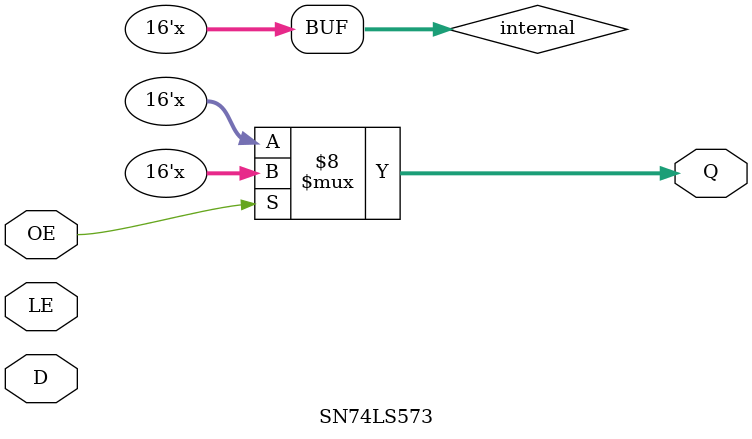
<source format=v>
module SN74LS573(D, OE, LE, Q);

input[15:0] D;
input OE;
input LE;
output reg[15:0] Q;
	
reg[15:0] internal;

initial internal = 0;

always@(LE, OE, D, internal) begin
	if(LE == 1) begin
		internal <= D;
	end else begin
		internal <= internal;
	end
	
	if(OE == 0) begin
		Q <= internal;
		internal <= internal;
	end else begin
		Q <= 16'bz;
		internal <= internal;
	end
	
	
end


	
endmodule
</source>
